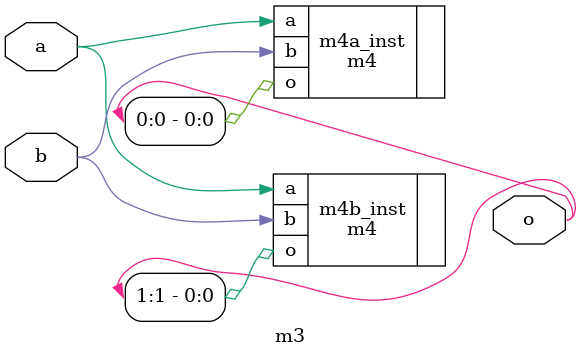
<source format=v>
module m3 (
    input wire a,
    input wire b,
    output wire [1:0] o
);

m4 m4a_inst(.a(a), .b(b), .o(o[0]));
m4 m4b_inst(.a(a), .b(b), .o(o[1]));

endmodule
</source>
